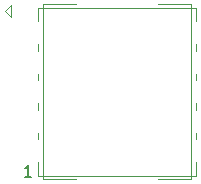
<source format=gbr>
%TF.GenerationSoftware,KiCad,Pcbnew,5.99.0-unknown-046fb58183~131~ubuntu20.04.1*%
%TF.CreationDate,2021-07-12T17:52:22-05:00*%
%TF.ProjectId,WurthTransformerFix,57757274-6854-4726-916e-73666f726d65,rev?*%
%TF.SameCoordinates,Original*%
%TF.FileFunction,Legend,Top*%
%TF.FilePolarity,Positive*%
%FSLAX46Y46*%
G04 Gerber Fmt 4.6, Leading zero omitted, Abs format (unit mm)*
G04 Created by KiCad (PCBNEW 5.99.0-unknown-046fb58183~131~ubuntu20.04.1) date 2021-07-12 17:52:22*
%MOMM*%
%LPD*%
G01*
G04 APERTURE LIST*
%ADD10C,0.150000*%
%ADD11C,0.120000*%
%ADD12C,0.100000*%
G04 APERTURE END LIST*
D10*
X-7214285Y-7202380D02*
X-7785714Y-7202380D01*
X-7500000Y-7202380D02*
X-7500000Y-6202380D01*
X-7595238Y-6345238D01*
X-7690476Y-6440476D01*
X-7785714Y-6488095D01*
D11*
%TO.C,TR1*%
X-3420000Y7385000D02*
X-6230000Y7385000D01*
D12*
X-9420000Y6810000D02*
X-8920000Y7310000D01*
D11*
X6290000Y-7385000D02*
X6290000Y7385000D01*
D12*
X-8920000Y7310000D02*
X-8920000Y6310000D01*
X-8920000Y6310000D02*
X-9420000Y6810000D01*
D11*
X3480000Y7385000D02*
X6290000Y7385000D01*
X-3420000Y-7385000D02*
X-6230000Y-7385000D01*
X-6230000Y-7385000D02*
X-6230000Y7385000D01*
X3480000Y-7385000D02*
X6290000Y-7385000D01*
%TO.C,TR2*%
X-6680200Y-7124700D02*
X6680200Y-7124700D01*
X-6680200Y-3467740D02*
X-6680200Y-4032260D01*
X-6680200Y-5967740D02*
X-6680200Y-7124700D01*
X-6680200Y-967740D02*
X-6680200Y-1532260D01*
X6680200Y-7124700D02*
X6680200Y-5967740D01*
X6680200Y967740D02*
X6680200Y1532260D01*
X-6680200Y4032260D02*
X-6680200Y3467740D01*
X6680200Y-4032260D02*
X6680200Y-3467740D01*
X6680200Y5967740D02*
X6680200Y7124700D01*
X6680200Y-1532260D02*
X6680200Y-967740D01*
X6680200Y3467740D02*
X6680200Y4032260D01*
X6680200Y7124700D02*
X-6680200Y7124700D01*
X-6680200Y7124700D02*
X-6680200Y5967740D01*
X-6680200Y1532260D02*
X-6680200Y967740D01*
%TD*%
M02*

</source>
